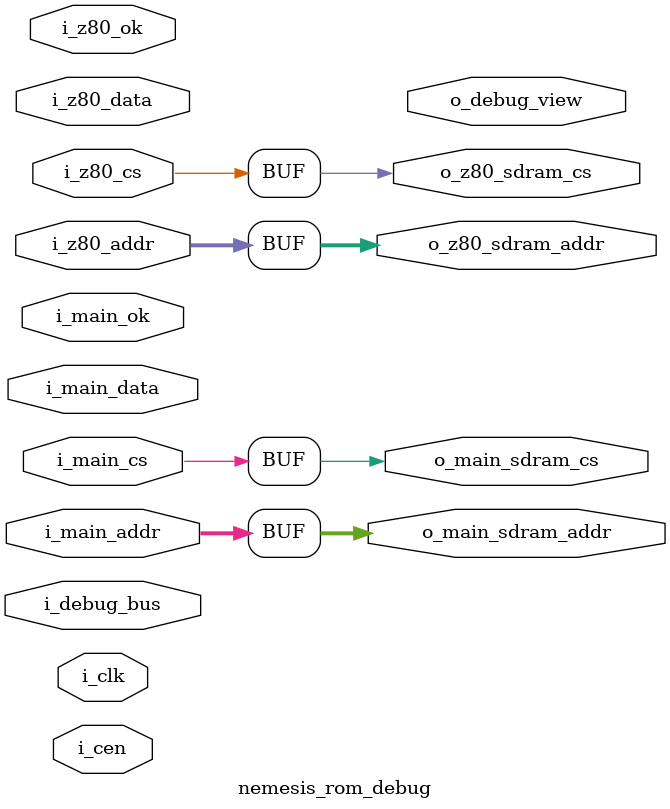
<source format=v>
/*

FPGA compatible core of arcade hardware by LMN-san, OScherler, Raki.

This core is available for hardware compatible with MiSTer.
Other FPGA systems may be supported by the time you read this.
This work is not mantained by the MiSTer project. Please contact the
core authors for issues and updates.

(c) LMN-san, OScherler, Raki 2020–2023.

Support the authors:

       Raki: https://www.patreon.com/ikamusume
    LMN-san: https://ko-fi.com/lmnsan
  OScherler: https://ko-fi.com/oscherler

The authors do not endorse or participate in illegal distribution
of copyrighted material. This work can be used with legally
obtained ROM dumps of games or with homebrew software for
the arcade platform.

This file license is GNU GPLv3.
You can read the whole license file at http://www.gnu.org/licenses/

*/

//================================================================================
//  SDRAM Debugging Utility Module (pass-through in releases)
//================================================================================

`default_nettype none

module nemesis_rom_debug(
	input         i_clk,
	input         i_cen,

	input  [ 7:0] i_debug_bus,
	output [ 7:0] o_debug_view,
	
	input         i_z80_cs, // z80_cs | ~cpu_start
	input         i_z80_ok,
	input  [13:0] i_z80_addr,
	input  [ 7:0] i_z80_data,
	output        o_z80_sdram_cs,
	output [13:0] o_z80_sdram_addr,
	
	input         i_main_cs, // main_cs | ~cpu_start
	input         i_main_ok,
	input  [16:0] i_main_addr,
	input  [15:0] i_main_data,
	output        o_main_sdram_cs,
	output [16:0] o_main_sdram_addr
);

`ifdef ROM_DEBUG_Z80
	`define ROM_DEBUG
`endif
`ifdef ROM_DEBUG_MAIN
	`define ROM_DEBUG
`endif

`ifdef ROM_DEBUG

reg  [7:0] i_debug_bus_prev;
reg        debug_cs;
wire       debug_ok;
wire [7:0] debug_data;

always @( posedge i_clk ) if( i_cen ) begin
	if ( i_debug_bus != debug_bus_prev ) begin
		debug_cs <= 1'b1;
	end

	if( debug_ok ) begin
		o_debug_view <= debug_data;
		debug_cs <= 1'b0;
	end

	debug_bus_prev <= i_debug_bus;
end

`endif

`ifdef ROM_DEBUG_Z80
	assign o_z80_sdram_cs    = debug_cs;
	assign o_z80_sdram_addr  = i_debug_bus;
	assign debug_ok        = i_z80_ok;
	assign debug_data      = i_z80_data;
`else
	assign o_z80_sdram_cs    = i_z80_cs;
	assign o_z80_sdram_addr  = i_z80_addr;
`endif

`ifdef ROM_DEBUG_MAIN
	assign o_main_sdram_cs   = debug_cs;
	assign o_main_sdram_addr = i_debug_bus >> 1;
	assign debug_ok        = i_main_ok;
	// on the 68k, MSB is on even addresses
	assign debug_data      = i_debug_bus[0] ? i_main_data[7:0] : i_main_data[15:8];
`else
	assign o_main_sdram_cs   = i_main_cs;
	assign o_main_sdram_addr = i_main_addr;
`endif

endmodule

</source>
